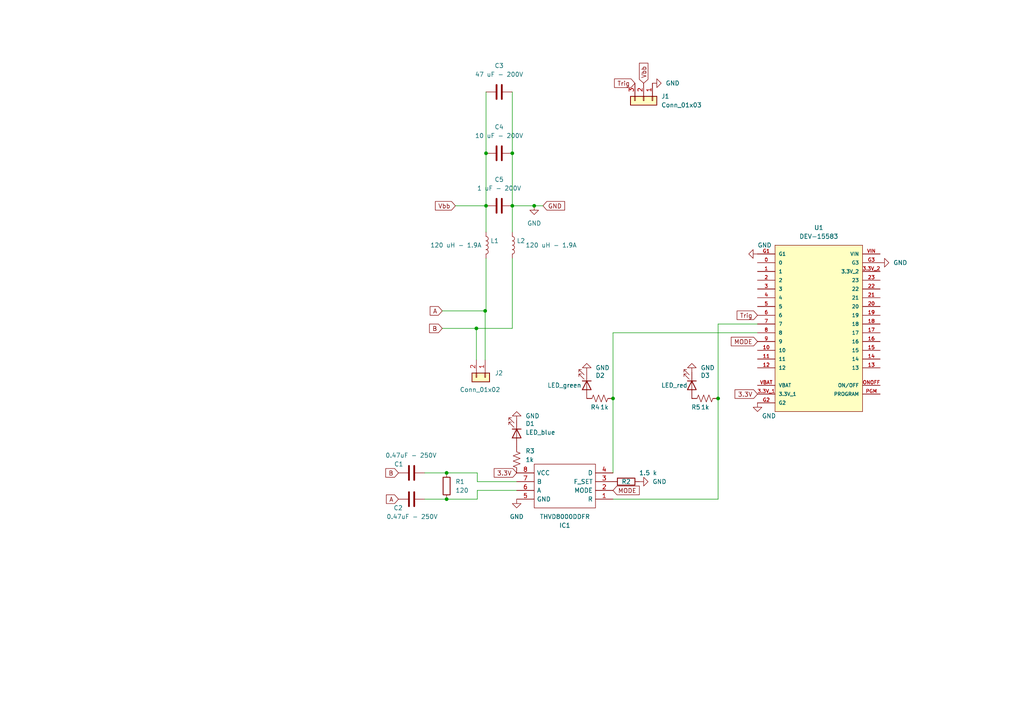
<source format=kicad_sch>
(kicad_sch (version 20211123) (generator eeschema)
  (paper "A4")
  (lib_symbols
    (symbol "Connector_Generic:Conn_01x02" (pin_names (offset 1.016) hide)
      (property "Reference" "J" (at 0 2.54 0))
      (property "Value" "Conn_01x02" (at 0 -5.08 0))
      (symbol "Conn_01x02_1_1"
        (rectangle (start -1.27 -2.413) (end 0 -2.667) (stroke (width 0.1524)))
        (rectangle (start -1.27 0.127) (end 0 -0.127) (stroke (width 0.1524)))
        (rectangle (start -1.27 1.27) (end 1.27 -3.81) (stroke (width 0.254)) (fill (type background)))
        (pin passive line (at -5.08 0 0) (length 3.81) (name "Pin_1") (number "1"))
        (pin passive line (at -5.08 -2.54 0) (length 3.81) (name "Pin_2") (number "2"))
      )
    )
    (symbol "Connector_Generic:Conn_01x03" (pin_names (offset 1.016) hide)
      (property "Reference" "J" (at 0 5.08 0))
      (property "Value" "Conn_01x03" (at 0 -5.08 0))
      (symbol "Conn_01x03_1_1"
        (rectangle (start -1.27 -2.413) (end 0 -2.667) (stroke (width 0.1524)))
        (rectangle (start -1.27 0.127) (end 0 -0.127) (stroke (width 0.1524)))
        (rectangle (start -1.27 2.667) (end 0 2.413) (stroke (width 0.1524)))
        (rectangle (start -1.27 3.81) (end 1.27 -3.81) (stroke (width 0.254)) (fill (type background)))
        (pin passive line (at -5.08 2.54 0) (length 3.81) (name "Pin_1") (number "1"))
        (pin passive line (at -5.08 0 0) (length 3.81) (name "Pin_2") (number "2"))
        (pin passive line (at -5.08 -2.54 0) (length 3.81) (name "Pin_3") (number "3"))
      )
    )
    (symbol "Device:C" (pin_numbers hide) (pin_names (offset 0.254))
      (property "Reference" "C" (at 0.635 2.54 0))
      (property "Value" "C" (at 0.635 -2.54 0))
      (symbol "C_0_1"
        (polyline (pts (xy -2.032 -0.762) (xy 2.032 -0.762)) (stroke (width 0.508)))
        (polyline (pts (xy -2.032 0.762) (xy 2.032 0.762)) (stroke (width 0.508)))
      )
      (symbol "C_1_1"
        (pin passive line (at 0 3.81 270) (length 2.794) (name "~") (number "1"))
        (pin passive line (at 0 -3.81 90) (length 2.794) (name "~") (number "2"))
      )
    )
    (symbol "Device:L" (pin_numbers hide) (pin_names (offset 1.016) hide)
      (property "Reference" "L" (at -1.27 0 90))
      (property "Value" "L" (at 1.905 0 90))
      (symbol "L_0_1"
        (arc (start 0 -2.54) (mid 0.635 -1.905) (end 0 -1.27))
        (arc (start 0 -1.27) (mid 0.635 -0.635) (end 0 0))
        (arc (start 0 0) (mid 0.635 0.635) (end 0 1.27))
        (arc (start 0 1.27) (mid 0.635 1.905) (end 0 2.54))
      )
      (symbol "L_1_1"
        (pin passive line (at 0 3.81 270) (length 1.27) (name "1") (number "1"))
        (pin passive line (at 0 -3.81 90) (length 1.27) (name "2") (number "2"))
      )
    )
    (symbol "Device:LED" (pin_numbers hide) (pin_names (offset 1.016) hide)
      (property "Reference" "D" (at 0 2.54 0))
      (property "Value" "LED" (at 0 -2.54 0))
      (symbol "LED_0_1"
        (polyline (pts (xy -1.27 -1.27) (xy -1.27 1.27)) (stroke (width 0.254)))
        (polyline (pts (xy -1.27 0) (xy 1.27 0)))
        (polyline (pts (xy 1.27 -1.27) (xy 1.27 1.27) (xy -1.27 0) (xy 1.27 -1.27)) (stroke (width 0.254)))
        (polyline (pts (xy -3.048 -0.762) (xy -4.572 -2.286) (xy -3.81 -2.286) (xy -4.572 -2.286) (xy -4.572 -1.524)))
        (polyline (pts (xy -1.778 -0.762) (xy -3.302 -2.286) (xy -2.54 -2.286) (xy -3.302 -2.286) (xy -3.302 -1.524)))
      )
      (symbol "LED_1_1"
        (pin passive line (at -3.81 0 0) (length 2.54) (name "K") (number "1"))
        (pin passive line (at 3.81 0 180) (length 2.54) (name "A") (number "2"))
      )
    )
    (symbol "Device:R" (pin_numbers hide) (pin_names (offset 0))
      (property "Reference" "R" (at 2.032 0 90))
      (property "Value" "R" (at 0 0 90))
      (symbol "R_0_1"
        (rectangle (start -1.016 -2.54) (end 1.016 2.54) (stroke (width 0.254)))
      )
      (symbol "R_1_1"
        (pin passive line (at 0 3.81 270) (length 1.27) (name "~") (number "1"))
        (pin passive line (at 0 -3.81 90) (length 1.27) (name "~") (number "2"))
      )
    )
    (symbol "Device:R_US" (pin_numbers hide) (pin_names (offset 0))
      (property "Reference" "R" (at 2.54 0 90))
      (property "Value" "R_US" (at -2.54 0 90))
      (symbol "R_US_0_1"
        (polyline (pts (xy 0 -2.286) (xy 0 -2.54)))
        (polyline (pts (xy 0 2.286) (xy 0 2.54)))
        (polyline (pts (xy 0 -0.762) (xy 1.016 -1.143) (xy 0 -1.524) (xy -1.016 -1.905) (xy 0 -2.286)))
        (polyline (pts (xy 0 0.762) (xy 1.016 0.381) (xy 0 0) (xy -1.016 -0.381) (xy 0 -0.762)))
        (polyline (pts (xy 0 2.286) (xy 1.016 1.905) (xy 0 1.524) (xy -1.016 1.143) (xy 0 0.762)))
      )
      (symbol "R_US_1_1"
        (pin passive line (at 0 3.81 270) (length 1.27) (name "~") (number "1"))
        (pin passive line (at 0 -3.81 90) (length 1.27) (name "~") (number "2"))
      )
    )
    (symbol "THVD8000:THVD8000DDFR" (pin_names (offset 0.762))
      (property "Reference" "IC" (at 24.13 7.62 0))
      (property "Value" "THVD8000DDFR" (at 24.13 5.08 0))
      (symbol "THVD8000DDFR_0_0"
        (pin passive line (at 0 0 0) (length 5.08) (name "R") (number "1"))
        (pin passive line (at 0 -2.54 0) (length 5.08) (name "MODE") (number "2"))
        (pin passive line (at 0 -5.08 0) (length 5.08) (name "F_SET") (number "3"))
        (pin passive line (at 0 -7.62 0) (length 5.08) (name "D") (number "4"))
        (pin passive line (at 27.94 0 180) (length 5.08) (name "GND") (number "5"))
        (pin passive line (at 27.94 -2.54 180) (length 5.08) (name "A") (number "6"))
        (pin passive line (at 27.94 -5.08 180) (length 5.08) (name "B") (number "7"))
        (pin passive line (at 27.94 -7.62 180) (length 5.08) (name "VCC") (number "8"))
      )
      (symbol "THVD8000DDFR_0_1"
        (polyline (pts (xy 5.08 2.54) (xy 22.86 2.54) (xy 22.86 -10.16) (xy 5.08 -10.16) (xy 5.08 2.54)) (stroke (width 0.1524)))
      )
    )
    (symbol "power:GND" (power) (pin_names (offset 0))
      (property "Value" "GND" (at 0 -3.81 0))
      (symbol "GND_0_1"
        (polyline (pts (xy 0 0) (xy 0 -1.27) (xy 1.27 -1.27) (xy 0 -2.54) (xy -1.27 -1.27) (xy 0 -1.27)))
      )
      (symbol "GND_1_1"
        (pin power_in line (at 0 0 270) (length 0) hide (name "GND") (number "1"))
      )
    )
    (symbol "teensy4.0:DEV-15583" (pin_names (offset 1.016))
      (property "Reference" "U" (at -12.7 23.622 0))
      (property "Value" "DEV-15583" (at -12.7 -27.94 0))
      (symbol "DEV-15583_0_0"
        (rectangle (start -12.7 -25.4) (end 12.7 22.86) (stroke (width 0.1524)) (fill (type background)))
        (pin bidirectional line (at -17.78 17.78 0) (length 5.08) (name "0") (number "0"))
        (pin bidirectional line (at -17.78 15.24 0) (length 5.08) (name "1") (number "1"))
        (pin bidirectional line (at -17.78 -7.62 0) (length 5.08) (name "10") (number "10"))
        (pin bidirectional line (at -17.78 -10.16 0) (length 5.08) (name "11") (number "11"))
        (pin bidirectional line (at -17.78 -12.7 0) (length 5.08) (name "12") (number "12"))
        (pin bidirectional line (at 17.78 -12.7 180) (length 5.08) (name "13") (number "13"))
        (pin bidirectional line (at 17.78 -10.16 180) (length 5.08) (name "14") (number "14"))
        (pin bidirectional line (at 17.78 -7.62 180) (length 5.08) (name "15") (number "15"))
        (pin bidirectional line (at 17.78 -5.08 180) (length 5.08) (name "16") (number "16"))
        (pin bidirectional line (at 17.78 -2.54 180) (length 5.08) (name "17") (number "17"))
        (pin bidirectional line (at 17.78 0 180) (length 5.08) (name "18") (number "18"))
        (pin bidirectional line (at 17.78 2.54 180) (length 5.08) (name "19") (number "19"))
        (pin bidirectional line (at -17.78 12.7 0) (length 5.08) (name "2") (number "2"))
        (pin bidirectional line (at 17.78 5.08 180) (length 5.08) (name "20") (number "20"))
        (pin bidirectional line (at 17.78 7.62 180) (length 5.08) (name "21") (number "21"))
        (pin bidirectional line (at 17.78 10.16 180) (length 5.08) (name "22") (number "22"))
        (pin bidirectional line (at 17.78 12.7 180) (length 5.08) (name "23") (number "23"))
        (pin bidirectional line (at -17.78 10.16 0) (length 5.08) (name "3") (number "3"))
        (pin power_in line (at -17.78 -20.32 0) (length 5.08) (name "3.3V_1") (number "3.3V_1"))
        (pin power_in line (at 17.78 15.24 180) (length 5.08) (name "3.3V_2") (number "3.3V_2"))
        (pin bidirectional line (at -17.78 7.62 0) (length 5.08) (name "4") (number "4"))
        (pin bidirectional line (at -17.78 5.08 0) (length 5.08) (name "5") (number "5"))
        (pin bidirectional line (at -17.78 2.54 0) (length 5.08) (name "6") (number "6"))
        (pin bidirectional line (at -17.78 0 0) (length 5.08) (name "7") (number "7"))
        (pin bidirectional line (at -17.78 -2.54 0) (length 5.08) (name "8") (number "8"))
        (pin bidirectional line (at -17.78 -5.08 0) (length 5.08) (name "9") (number "9"))
        (pin power_in line (at -17.78 20.32 0) (length 5.08) (name "G1") (number "G1"))
        (pin power_in line (at -17.78 -22.86 0) (length 5.08) (name "G2") (number "G2"))
        (pin power_in line (at 17.78 17.78 180) (length 5.08) (name "G3") (number "G3"))
        (pin bidirectional line (at 17.78 -17.78 180) (length 5.08) (name "ON/OFF") (number "ONOFF"))
        (pin bidirectional line (at 17.78 -20.32 180) (length 5.08) (name "PROGRAM") (number "PGM"))
        (pin power_in line (at -17.78 -17.78 0) (length 5.08) (name "VBAT") (number "VBAT"))
        (pin power_in line (at 17.78 20.32 180) (length 5.08) (name "VIN") (number "VIN"))
      )
    )
  )
  (junction (at 148.59 44.45))
  (junction (at 129.54 137.16))
  (junction (at 140.716 90.17))
  (junction (at 208.28 115.57))
  (junction (at 140.97 44.45))
  (junction (at 129.54 144.78))
  (junction (at 138.176 95.25))
  (junction (at 140.97 59.69))
  (junction (at 154.94 59.69))
  (junction (at 148.59 59.69))
  (junction (at 177.8 115.57))
  (wire (pts (xy 140.97 44.45) (xy 140.97 59.69)))
  (wire (pts (xy 177.8 144.78) (xy 208.28 144.78)))
  (wire (pts (xy 208.28 93.98) (xy 219.71 93.98)))
  (wire (pts (xy 123.19 137.16) (xy 129.54 137.16)))
  (wire (pts (xy 177.8 96.52) (xy 219.71 96.52)))
  (wire (pts (xy 138.43 144.78) (xy 129.54 144.78)))
  (wire (pts (xy 208.28 115.57) (xy 208.28 93.98)))
  (wire (pts (xy 148.59 44.45) (xy 148.59 59.69)))
  (wire (pts (xy 148.59 26.67) (xy 148.59 44.45)))
  (wire (pts (xy 177.8 115.57) (xy 177.8 96.52)))
  (wire (pts (xy 138.43 142.24) (xy 138.43 144.78)))
  (wire (pts (xy 140.716 90.17) (xy 140.97 90.17)))
  (wire (pts (xy 154.94 59.69) (xy 157.48 59.69)))
  (wire (pts (xy 128.27 90.17) (xy 140.716 90.17)))
  (wire (pts (xy 148.59 59.69) (xy 154.94 59.69)))
  (wire (pts (xy 128.27 95.25) (xy 138.176 95.25)))
  (wire (pts (xy 138.43 137.16) (xy 129.54 137.16)))
  (wire (pts (xy 208.28 144.78) (xy 208.28 115.57)))
  (wire (pts (xy 138.43 139.7) (xy 138.43 137.16)))
  (wire (pts (xy 149.86 142.24) (xy 138.43 142.24)))
  (wire (pts (xy 132.08 59.69) (xy 140.97 59.69)))
  (wire (pts (xy 140.716 90.17) (xy 140.716 104.394)))
  (wire (pts (xy 177.8 137.16) (xy 177.8 115.57)))
  (wire (pts (xy 140.97 90.17) (xy 140.97 74.93)))
  (wire (pts (xy 138.176 95.25) (xy 148.59 95.25)))
  (wire (pts (xy 138.176 104.394) (xy 138.176 95.25)))
  (wire (pts (xy 149.86 139.7) (xy 138.43 139.7)))
  (wire (pts (xy 123.19 144.78) (xy 129.54 144.78)))
  (wire (pts (xy 140.97 59.69) (xy 140.97 67.31)))
  (wire (pts (xy 148.59 74.93) (xy 148.59 95.25)))
  (wire (pts (xy 148.59 59.69) (xy 148.59 67.31)))
  (wire (pts (xy 140.97 26.67) (xy 140.97 44.45)))
  (global_label "B" (shape input) (at 115.57 137.16 180) (property "Intersheet References" "${INTERSHEET_REFS}" (effects hide)))
  (global_label "3.3V" (shape input) (at 149.86 137.16 180) (property "Intersheet References" "${INTERSHEET_REFS}" (effects hide)))
  (global_label "MODE" (shape input) (at 219.71 99.06 180) (property "Intersheet References" "${INTERSHEET_REFS}" (effects hide)))
  (global_label "MODE" (shape input) (at 177.8 142.24 0) (property "Intersheet References" "${INTERSHEET_REFS}" (effects hide)))
  (global_label "GND" (shape input) (at 157.48 59.69 0) (property "Intersheet References" "${INTERSHEET_REFS}" (effects hide)))
  (global_label "A" (shape input) (at 128.27 90.17 180) (property "Intersheet References" "${INTERSHEET_REFS}" (effects hide)))
  (global_label "Vbb" (shape input) (at 186.69 24.13 90) (property "Intersheet References" "${INTERSHEET_REFS}" (effects hide)))
  (global_label "Vbb" (shape input) (at 132.08 59.69 180) (property "Intersheet References" "${INTERSHEET_REFS}" (effects hide)))
  (global_label "Trig" (shape input) (at 219.71 91.44 180) (property "Intersheet References" "${INTERSHEET_REFS}" (effects hide)))
  (global_label "A" (shape input) (at 115.57 144.78 180) (property "Intersheet References" "${INTERSHEET_REFS}" (effects hide)))
  (global_label "Trig" (shape input) (at 184.15 24.13 180) (property "Intersheet References" "${INTERSHEET_REFS}" (effects hide)))
  (global_label "B" (shape input) (at 128.27 95.25 180) (property "Intersheet References" "${INTERSHEET_REFS}" (effects hide)))
  (global_label "3.3V" (shape input) (at 219.71 114.3 180) (property "Intersheet References" "${INTERSHEET_REFS}" (effects hide)))
  (symbol (lib_id "Device:R") (at 129.54 140.97 0) (unit 1)
    (property "Reference" "R1" (at 132.08 139.6999 0) (effects (justify left)))
    (property "Value" "120" (at 132.08 142.2399 0) (effects (justify left)))
    (property "Footprint" "Resistor_SMD:R_0603_1608Metric" (effects hide))
    (property "Datasheet" "https://www.digikey.ca/en/products/detail/panasonic-electronic-components/ERA-3AEB121V/1465832" (effects hide))
  )
  (symbol (lib_id "power:GND") (at 170.18 107.95 180) (unit 1)
    (property "Reference" "#PWR09" (effects hide))
    (property "Value" "GND" (at 172.72 106.6799 0) (effects (justify right)))
  )
  (symbol (lib_id "power:GND") (at 219.71 116.84 0) (unit 1)
    (property "Reference" "#PWR05" (effects hide))
    (property "Value" "GND" (at 220.98 120.65 0) (effects (justify left)))
  )
  (symbol (lib_id "Device:C") (at 144.78 59.69 90) (unit 1)
    (property "Reference" "C5" (at 144.78 52.07 90))
    (property "Value" "1 uF - 200V" (at 144.78 54.61 90))
    (property "Footprint" "Capacitor_SMD:C_1812_4532Metric" (effects hide))
    (property "Comment" "https://www.digikey.ca/en/products/detail/kyocera-avx/18122C105JAT2A/11245017" (effects hide))
  )
  (symbol (lib_id "THVD8000:THVD8000DDFR") (at 177.8 144.78 180) (unit 1)
    (property "Reference" "IC1" (at 163.83 152.4 0))
    (property "Value" "THVD8000DDFR" (at 163.83 149.86 0))
    (property "Footprint" "SOT65P280X110-8N" (effects hide))
    (property "Datasheet" "https://www.ti.com/lit/ds/symlink/thvd8000.pdf" (effects hide))
    (property "Description" "RS-485 transceiver with OOK modulation for power line communication" (effects hide))
    (property "Height" "1.1" (effects hide))
    (property "Mouser Part Number" "595-THVD8000DDFR" (effects hide))
    (property "Mouser Price/Stock" "https://www.mouser.co.uk/ProductDetail/Texas-Instruments/THVD8000DDFR?qs=DRkmTr78QAS6ogKX3CrxnA%3D%3D" (effects hide))
    (property "Manufacturer_Name" "Texas Instruments" (effects hide))
    (property "Manufacturer_Part_Number" "THVD8000DDFR" (effects hide))
  )
  (symbol (lib_id "teensy4.0:DEV-15583") (at 237.49 93.98 0) (unit 1)
    (property "Reference" "U1" (at 237.49 66.04 0))
    (property "Value" "DEV-15583" (at 237.49 68.58 0))
    (property "Footprint" "teensy4.0:teensy4.0" (effects hide))
    (property "STANDARD" "Manufacturer Recommendations" (effects hide))
    (property "MANUFACTURER" "Sparkfun" (effects hide))
    (property "MAXIMUM_PACKAGE_HEIGHT" "5.87mm" (effects hide))
  )
  (symbol (lib_id "power:GND") (at 149.86 144.78 0) (unit 1)
    (property "Reference" "#PWR01" (effects hide))
    (property "Value" "GND" (at 149.86 149.86 0))
  )
  (symbol (lib_id "power:GND") (at 189.23 24.13 90) (unit 1)
    (property "Reference" "#PWR03" (effects hide))
    (property "Value" "GND" (at 193.04 24.1299 90) (effects (justify right)))
  )
  (symbol (lib_id "power:GND") (at 219.71 73.66 270) (unit 1)
    (property "Reference" "#PWR04" (effects hide))
    (property "Value" "GND" (at 219.71 71.12 90) (effects (justify left)))
  )
  (symbol (lib_id "Device:L") (at 148.59 71.12 0) (unit 1)
    (property "Reference" "L2" (at 149.86 69.8499 0) (effects (justify left)))
    (property "Value" "120 uH - 1.9A" (at 152.4 71.12 0) (effects (justify left)))
    (property "Footprint" "MSS1278-124KLD:INDPM120120X805N" (effects hide))
    (property "Datasheet" "https://www.mouser.ca/ProductDetail/Coilcraft/MSS1278-124KLD?qs=zCSbvcPd3pamrG5NctO%252BzQ%3D%3D" (effects hide))
  )
  (symbol (lib_id "Device:R_US") (at 173.99 115.57 90) (unit 1)
    (property "Reference" "R4" (at 173.99 118.11 90) (effects (justify left)))
    (property "Value" "1k" (at 176.53 118.11 90) (effects (justify left)))
    (property "Footprint" "Resistor_SMD:R_1206_3216Metric" (effects hide))
    (property "Datasheet" "https://www.digikey.ca/en/products/detail/stackpole-electronics-inc/RMCF1206FT1K00/1759616" (effects hide))
  )
  (symbol (lib_id "Device:R_US") (at 204.47 115.57 90) (unit 1)
    (property "Reference" "R5" (at 203.2 118.11 90) (effects (justify left)))
    (property "Value" "1k" (at 205.74 118.11 90) (effects (justify left)))
    (property "Footprint" "Resistor_SMD:R_1206_3216Metric" (effects hide))
    (property "Datasheet" "https://www.digikey.ca/en/products/detail/stackpole-electronics-inc/RMCF1206FT1K00/1759616" (effects hide))
  )
  (symbol (lib_id "Device:LED") (at 149.86 125.73 270) (unit 1)
    (property "Reference" "D1" (at 152.4 122.8724 90) (effects (justify left)))
    (property "Value" "LED_blue" (at 152.4 125.4124 90) (effects (justify left)))
    (property "Footprint" "LED_SMD:LED_1206_3216Metric" (effects hide))
    (property "Datasheet" "https://www.digikey.ca/en/products/detail/kingbright/APTD3216LVBC-D/7043083" (effects hide))
  )
  (symbol (lib_id "Device:LED") (at 200.66 111.76 270) (unit 1)
    (property "Reference" "D3" (at 203.2 108.9024 90) (effects (justify left)))
    (property "Value" "LED_red" (at 191.77 111.76 90) (effects (justify left)))
    (property "Footprint" "LED_SMD:LED_1206_3216Metric" (effects hide))
    (property "Datasheet" "https://www.digikey.ca/en/products/detail/w%C3%BCrth-elektronik/150120RS75000/4489939" (effects hide))
  )
  (symbol (lib_id "power:GND") (at 200.66 107.95 180) (unit 1)
    (property "Reference" "#PWR010" (effects hide))
    (property "Value" "GND" (at 203.2 106.6799 0) (effects (justify right)))
  )
  (symbol (lib_id "Connector_Generic:Conn_01x03") (at 186.69 29.21 270) (unit 1)
    (property "Reference" "J1" (at 191.77 27.9399 90) (effects (justify left)))
    (property "Value" "Conn_01x03" (at 191.77 30.4799 90) (effects (justify left)))
    (property "Footprint" "Connector:Banana_Jack_3Pin" (effects hide))
  )
  (symbol (lib_id "Device:L") (at 140.97 71.12 0) (unit 1)
    (property "Reference" "L1" (at 142.24 69.8499 0) (effects (justify left)))
    (property "Value" "120 uH - 1.9A" (at 139.7 71.12 0) (effects (justify right)))
    (property "Footprint" "MSS1278-124KLD:INDPM120120X805N" (effects hide))
    (property "Datasheet" "https://www.mouser.ca/ProductDetail/Coilcraft/MSS1278-124KLD?qs=zCSbvcPd3pamrG5NctO%252BzQ%3D%3D" (effects hide))
  )
  (symbol (lib_id "power:GND") (at 154.94 59.69 0) (unit 1)
    (property "Reference" "#PWR02" (effects hide))
    (property "Value" "GND" (at 154.94 64.77 0))
  )
  (symbol (lib_id "Device:C") (at 119.38 144.78 90) (unit 1)
    (property "Reference" "C2" (at 116.84 147.32 90) (effects (justify left)))
    (property "Value" "0.47uF - 250V" (at 127 149.86 90) (effects (justify left)))
    (property "Footprint" "Capacitor_SMD:C_1210_3225Metric" (effects hide))
    (property "Datasheet" "https://www.mouser.ca/ProductDetail/KEMET/C1210X474KARACAUTO?qs=wUXugUrL1qxAKoVWxFvYdA%3D%3D" (effects hide))
  )
  (symbol (lib_id "Device:C") (at 144.78 26.67 90) (unit 1)
    (property "Reference" "C3" (at 144.78 19.05 90))
    (property "Value" "47 uF - 200V" (at 144.78 21.59 90))
    (property "Footprint" "Capacitor_THT:CP_Radial_D10.0mm_P5.00mm" (effects hide))
    (property "Comment" "https://www.digikey.ca/en/products/detail/rubycon/200PX47MEFC10X20/3134145" (effects hide))
  )
  (symbol (lib_id "Device:LED") (at 170.18 111.76 270) (unit 1)
    (property "Reference" "D2" (at 172.72 108.9024 90) (effects (justify left)))
    (property "Value" "LED_green" (at 158.75 111.76 90) (effects (justify left)))
    (property "Footprint" "LED_SMD:LED_1206_3216Metric" (effects hide))
    (property "Datasheet" "https://www.digikey.ca/en/products/detail/kingbright/APT3216MGC/1747537" (effects hide))
  )
  (symbol (lib_id "power:GND") (at 149.86 121.92 180) (unit 1)
    (property "Reference" "#PWR08" (effects hide))
    (property "Value" "GND" (at 152.4 120.6499 0) (effects (justify right)))
  )
  (symbol (lib_id "Device:R") (at 181.61 139.7 90) (unit 1)
    (property "Reference" "R2" (at 181.61 139.7 90))
    (property "Value" "1.5 k" (at 187.96 137.16 90))
    (property "Footprint" "Resistor_SMD:R_0603_1608Metric" (effects hide))
    (property "Datasheet" "https://www.digikey.at/en/products/detail/yageo/RT0603BRD071K5L/5139018" (effects hide))
  )
  (symbol (lib_id "Device:C") (at 144.78 44.45 90) (unit 1)
    (property "Reference" "C4" (at 144.78 36.83 90))
    (property "Value" "10 uF - 200V" (at 144.78 39.37 90))
    (property "Footprint" "Capacitor_THT:CP_Radial_D8.0mm_P3.50mm" (effects hide))
    (property "Comment" "https://www.digikey.ca/en/products/detail/kemet/ESL106M200AG9AA/7427054" (effects hide))
  )
  (symbol (lib_id "Device:C") (at 119.38 137.16 270) (unit 1)
    (property "Reference" "C1" (at 114.3 134.62 90) (effects (justify left)))
    (property "Value" "0.47uF - 250V" (at 111.76 132.08 90) (effects (justify left)))
    (property "Footprint" "Capacitor_SMD:C_1210_3225Metric" (effects hide))
    (property "Datasheet" "https://www.mouser.ca/ProductDetail/KEMET/C1210X474KARACAUTO?qs=wUXugUrL1qxAKoVWxFvYdA%3D%3D" (effects hide))
  )
  (symbol (lib_id "Device:R_US") (at 149.86 133.35 0) (unit 1)
    (property "Reference" "R3" (at 152.4 130.81 0) (effects (justify left)))
    (property "Value" "1k" (at 152.4 133.35 0) (effects (justify left)))
    (property "Footprint" "Resistor_SMD:R_1206_3216Metric" (effects hide))
    (property "Datasheet" "https://www.digikey.ca/en/products/detail/stackpole-electronics-inc/RMCF1206FT1K00/1759616" (effects hide))
  )
  (symbol (lib_id "power:GND") (at 255.27 76.2 90) (unit 1)
    (property "Reference" "#PWR06" (effects hide))
    (property "Value" "GND" (at 259.08 76.1999 90) (effects (justify right)))
  )
  (symbol (lib_id "Connector_Generic:Conn_01x02") (at 140.716 109.474 270) (unit 1)
    (property "Reference" "J2" (at 143.51 108.2039 90) (effects (justify left)))
    (property "Value" "Conn_01x02" (at 133.35 113.03 90) (effects (justify left)))
    (property "Footprint" "Connector:Banana_Jack_2Pin" (effects hide))
  )
  (symbol (lib_id "power:GND") (at 185.42 139.7 90) (unit 1)
    (property "Reference" "#PWR07" (effects hide))
    (property "Value" "GND" (at 189.23 139.6999 90) (effects (justify right)))
  )
)
</source>
